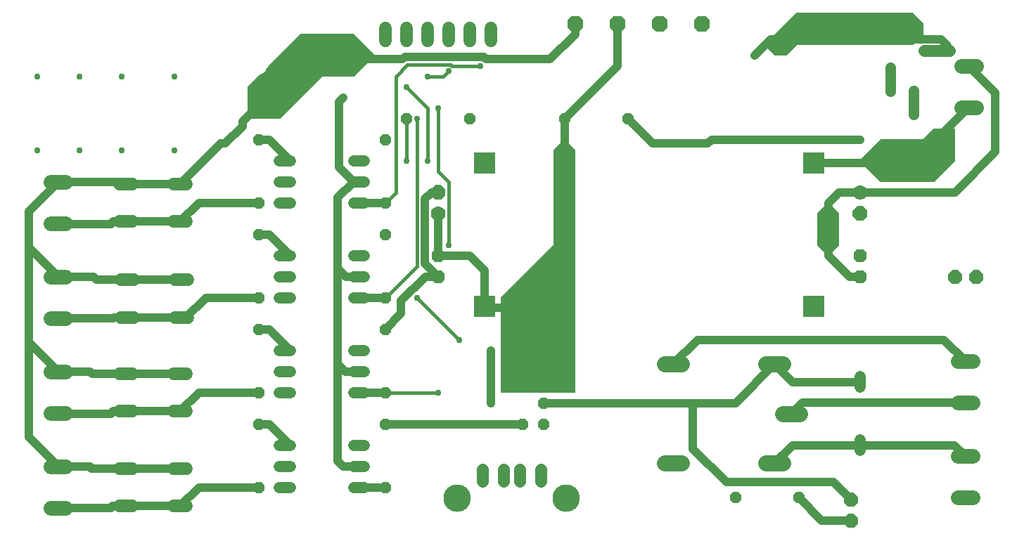
<source format=gbr>
G04 EAGLE Gerber X2 export*
%TF.Part,Single*%
%TF.FileFunction,Copper,L1,Top,Mixed*%
%TF.FilePolarity,Positive*%
%TF.GenerationSoftware,Autodesk,EAGLE,8.7.0*%
%TF.CreationDate,2019-01-30T20:35:29Z*%
G75*
%MOMM*%
%FSLAX34Y34*%
%LPD*%
%AMOC8*
5,1,8,0,0,1.08239X$1,22.5*%
G01*
%ADD10P,2.089446X8X202.500000*%
%ADD11C,1.790700*%
%ADD12P,1.924489X8X112.500000*%
%ADD13C,1.778000*%
%ADD14P,1.732040X8X292.500000*%
%ADD15P,1.924489X8X292.500000*%
%ADD16P,1.732040X8X112.500000*%
%ADD17C,1.320800*%
%ADD18C,1.981200*%
%ADD19P,1.814519X8X202.500000*%
%ADD20P,1.429621X8X112.500000*%
%ADD21P,1.429621X8X292.500000*%
%ADD22P,1.429621X8X202.500000*%
%ADD23C,1.524000*%
%ADD24P,1.429621X8X22.500000*%
%ADD25R,2.500000X2.500000*%
%ADD26C,1.400000*%
%ADD27C,1.308000*%
%ADD28C,1.458000*%
%ADD29C,3.316000*%
%ADD30P,1.814519X8X112.500000*%
%ADD31C,0.152400*%
%ADD32C,1.016000*%
%ADD33C,0.756400*%
%ADD34C,0.406400*%

G36*
X673150Y190131D02*
X673150Y190131D01*
X673201Y190133D01*
X673233Y190151D01*
X673269Y190159D01*
X673308Y190192D01*
X673353Y190216D01*
X673374Y190246D01*
X673402Y190269D01*
X673423Y190316D01*
X673453Y190358D01*
X673461Y190400D01*
X673473Y190428D01*
X673472Y190458D01*
X673480Y190500D01*
X673480Y482600D01*
X673463Y482674D01*
X673450Y482749D01*
X673443Y482759D01*
X673441Y482769D01*
X673417Y482798D01*
X673369Y482869D01*
X660669Y495569D01*
X660626Y495596D01*
X660588Y495630D01*
X660553Y495641D01*
X660522Y495660D01*
X660471Y495665D01*
X660422Y495680D01*
X660386Y495673D01*
X660349Y495677D01*
X660302Y495659D01*
X660251Y495650D01*
X660216Y495626D01*
X660187Y495615D01*
X660166Y495593D01*
X660131Y495569D01*
X647431Y482869D01*
X647391Y482804D01*
X647347Y482742D01*
X647345Y482730D01*
X647340Y482722D01*
X647336Y482685D01*
X647320Y482600D01*
X647320Y368458D01*
X583931Y305069D01*
X583891Y305004D01*
X583847Y304942D01*
X583845Y304930D01*
X583840Y304922D01*
X583836Y304885D01*
X583820Y304800D01*
X583820Y190500D01*
X583831Y190450D01*
X583833Y190399D01*
X583851Y190367D01*
X583859Y190331D01*
X583892Y190292D01*
X583916Y190247D01*
X583946Y190226D01*
X583969Y190198D01*
X584016Y190177D01*
X584058Y190147D01*
X584100Y190139D01*
X584128Y190127D01*
X584158Y190128D01*
X584200Y190120D01*
X673100Y190120D01*
X673150Y190131D01*
G37*
G36*
X317574Y520337D02*
X317574Y520337D01*
X317649Y520350D01*
X317659Y520357D01*
X317669Y520359D01*
X317698Y520383D01*
X317769Y520431D01*
X368458Y571120D01*
X406400Y571120D01*
X406474Y571137D01*
X406549Y571150D01*
X406559Y571157D01*
X406569Y571159D01*
X406598Y571183D01*
X406669Y571231D01*
X432069Y596631D01*
X432096Y596674D01*
X432130Y596712D01*
X432141Y596747D01*
X432160Y596778D01*
X432165Y596829D01*
X432180Y596878D01*
X432173Y596914D01*
X432177Y596951D01*
X432159Y596999D01*
X432150Y597049D01*
X432126Y597084D01*
X432115Y597113D01*
X432093Y597134D01*
X432069Y597169D01*
X406669Y622569D01*
X406604Y622609D01*
X406542Y622653D01*
X406530Y622655D01*
X406522Y622660D01*
X406485Y622664D01*
X406400Y622680D01*
X342900Y622680D01*
X342826Y622663D01*
X342751Y622650D01*
X342741Y622643D01*
X342731Y622641D01*
X342702Y622617D01*
X342631Y622569D01*
X304345Y584282D01*
X304328Y584256D01*
X304297Y584225D01*
X301026Y579322D01*
X301016Y579293D01*
X300991Y579256D01*
X300614Y578344D01*
X299922Y577652D01*
X299905Y577626D01*
X299874Y577594D01*
X299331Y576780D01*
X298511Y576231D01*
X298490Y576208D01*
X298453Y576184D01*
X297756Y575486D01*
X296851Y575112D01*
X296826Y575093D01*
X296785Y575076D01*
X295972Y574532D01*
X295004Y574338D01*
X294976Y574326D01*
X294933Y574317D01*
X294058Y573954D01*
X294056Y573953D01*
X294054Y573953D01*
X293934Y573872D01*
X279131Y559069D01*
X279091Y559004D01*
X279047Y558942D01*
X279045Y558930D01*
X279040Y558922D01*
X279036Y558885D01*
X279020Y558800D01*
X279020Y520700D01*
X279031Y520650D01*
X279033Y520599D01*
X279051Y520567D01*
X279059Y520531D01*
X279092Y520492D01*
X279116Y520447D01*
X279146Y520426D01*
X279169Y520398D01*
X279216Y520377D01*
X279258Y520347D01*
X279300Y520339D01*
X279328Y520327D01*
X279358Y520328D01*
X279400Y520320D01*
X317500Y520320D01*
X317574Y520337D01*
G37*
G36*
X927174Y596537D02*
X927174Y596537D01*
X927249Y596550D01*
X927259Y596557D01*
X927269Y596559D01*
X927298Y596583D01*
X927369Y596631D01*
X939958Y609220D01*
X1079500Y609220D01*
X1079574Y609237D01*
X1079649Y609250D01*
X1079659Y609257D01*
X1079669Y609259D01*
X1079698Y609283D01*
X1079769Y609331D01*
X1092469Y622031D01*
X1092509Y622096D01*
X1092553Y622158D01*
X1092555Y622170D01*
X1092560Y622178D01*
X1092564Y622215D01*
X1092580Y622300D01*
X1092580Y635000D01*
X1092563Y635074D01*
X1092550Y635149D01*
X1092543Y635159D01*
X1092541Y635169D01*
X1092517Y635198D01*
X1092469Y635269D01*
X1079769Y647969D01*
X1079704Y648009D01*
X1079642Y648053D01*
X1079630Y648055D01*
X1079622Y648060D01*
X1079585Y648064D01*
X1079500Y648080D01*
X939800Y648080D01*
X939726Y648063D01*
X939651Y648050D01*
X939641Y648043D01*
X939631Y648041D01*
X939602Y648017D01*
X939531Y647969D01*
X901431Y609869D01*
X901404Y609826D01*
X901370Y609788D01*
X901359Y609753D01*
X901340Y609722D01*
X901335Y609671D01*
X901320Y609622D01*
X901327Y609586D01*
X901323Y609549D01*
X901341Y609502D01*
X901350Y609451D01*
X901374Y609416D01*
X901385Y609387D01*
X901407Y609366D01*
X901431Y609331D01*
X914131Y596631D01*
X914196Y596591D01*
X914258Y596547D01*
X914270Y596545D01*
X914278Y596540D01*
X914315Y596536D01*
X914400Y596520D01*
X927100Y596520D01*
X927174Y596537D01*
G37*
G36*
X1104974Y444137D02*
X1104974Y444137D01*
X1105049Y444150D01*
X1105059Y444157D01*
X1105069Y444159D01*
X1105098Y444183D01*
X1105169Y444231D01*
X1130569Y469631D01*
X1130609Y469696D01*
X1130653Y469758D01*
X1130655Y469770D01*
X1130660Y469778D01*
X1130664Y469815D01*
X1130680Y469900D01*
X1130680Y508000D01*
X1130669Y508050D01*
X1130667Y508101D01*
X1130649Y508133D01*
X1130641Y508169D01*
X1130608Y508208D01*
X1130584Y508253D01*
X1130554Y508274D01*
X1130531Y508302D01*
X1130484Y508323D01*
X1130442Y508353D01*
X1130400Y508361D01*
X1130372Y508373D01*
X1130342Y508372D01*
X1130300Y508380D01*
X1104900Y508380D01*
X1104826Y508363D01*
X1104751Y508350D01*
X1104741Y508343D01*
X1104731Y508341D01*
X1104702Y508317D01*
X1104631Y508269D01*
X1092043Y495680D01*
X1041400Y495680D01*
X1041326Y495663D01*
X1041251Y495650D01*
X1041241Y495643D01*
X1041231Y495641D01*
X1041202Y495617D01*
X1041131Y495569D01*
X1015731Y470169D01*
X1015704Y470126D01*
X1015670Y470088D01*
X1015659Y470053D01*
X1015640Y470022D01*
X1015635Y469971D01*
X1015620Y469922D01*
X1015627Y469886D01*
X1015623Y469849D01*
X1015641Y469802D01*
X1015650Y469751D01*
X1015674Y469716D01*
X1015685Y469687D01*
X1015707Y469666D01*
X1015731Y469631D01*
X1041131Y444231D01*
X1041196Y444191D01*
X1041258Y444147D01*
X1041270Y444145D01*
X1041278Y444140D01*
X1041315Y444136D01*
X1041400Y444120D01*
X1104900Y444120D01*
X1104974Y444137D01*
G37*
G36*
X977914Y355227D02*
X977914Y355227D01*
X977951Y355223D01*
X977999Y355241D01*
X978049Y355250D01*
X978084Y355274D01*
X978113Y355285D01*
X978134Y355307D01*
X978169Y355331D01*
X990869Y368031D01*
X990909Y368096D01*
X990953Y368158D01*
X990955Y368170D01*
X990960Y368178D01*
X990964Y368215D01*
X990980Y368300D01*
X990980Y406400D01*
X990963Y406474D01*
X990950Y406549D01*
X990943Y406559D01*
X990941Y406569D01*
X990917Y406598D01*
X990869Y406669D01*
X978169Y419369D01*
X978126Y419396D01*
X978088Y419430D01*
X978053Y419441D01*
X978022Y419460D01*
X977971Y419465D01*
X977922Y419480D01*
X977886Y419473D01*
X977849Y419477D01*
X977802Y419459D01*
X977751Y419450D01*
X977716Y419426D01*
X977687Y419415D01*
X977666Y419393D01*
X977631Y419369D01*
X964931Y406669D01*
X964891Y406604D01*
X964847Y406542D01*
X964845Y406530D01*
X964840Y406522D01*
X964836Y406485D01*
X964820Y406400D01*
X964820Y368300D01*
X964837Y368226D01*
X964850Y368151D01*
X964857Y368141D01*
X964859Y368131D01*
X964883Y368102D01*
X964931Y368031D01*
X977631Y355331D01*
X977674Y355304D01*
X977712Y355270D01*
X977747Y355259D01*
X977778Y355240D01*
X977829Y355235D01*
X977878Y355220D01*
X977914Y355227D01*
G37*
D10*
X673100Y635000D03*
X774700Y635000D03*
X723900Y635000D03*
D11*
X59754Y444100D02*
X41847Y444100D01*
X41847Y394100D02*
X59754Y394100D01*
X59754Y215500D02*
X41847Y215500D01*
X41847Y165500D02*
X59754Y165500D01*
D12*
X508000Y431800D03*
D13*
X508000Y406400D03*
D14*
X508000Y355600D03*
X508000Y330200D03*
D15*
X1016000Y406400D03*
D13*
X1016000Y431800D03*
D16*
X1016000Y330200D03*
X1016000Y355600D03*
D17*
X1016000Y133604D02*
X1016000Y120396D01*
X1016000Y196596D02*
X1016000Y209804D01*
D10*
X825500Y635000D03*
D18*
X923544Y165100D02*
X943356Y165100D01*
X923036Y224790D02*
X903224Y224790D01*
X903224Y105410D02*
X923036Y105410D01*
X801116Y105410D02*
X781304Y105410D01*
X781304Y224790D02*
X801116Y224790D01*
D11*
X1134047Y63900D02*
X1151954Y63900D01*
X1151954Y113900D02*
X1134047Y113900D01*
D19*
X1155700Y330200D03*
X1130300Y330200D03*
D11*
X1134047Y178200D02*
X1151954Y178200D01*
X1151954Y228200D02*
X1134047Y228200D01*
D17*
X330200Y127000D02*
X316992Y127000D01*
X316992Y101600D02*
X330200Y101600D01*
X406400Y101600D02*
X419608Y101600D01*
X419608Y127000D02*
X406400Y127000D01*
X330200Y76200D02*
X316992Y76200D01*
X406400Y76200D02*
X419608Y76200D01*
X330200Y241300D02*
X316992Y241300D01*
X316992Y215900D02*
X330200Y215900D01*
X406400Y215900D02*
X419608Y215900D01*
X419608Y241300D02*
X406400Y241300D01*
X330200Y190500D02*
X316992Y190500D01*
X406400Y190500D02*
X419608Y190500D01*
X330200Y355600D02*
X316992Y355600D01*
X316992Y330200D02*
X330200Y330200D01*
X406400Y330200D02*
X419608Y330200D01*
X419608Y355600D02*
X406400Y355600D01*
X330200Y304800D02*
X316992Y304800D01*
X406400Y304800D02*
X419608Y304800D01*
X330200Y469900D02*
X316992Y469900D01*
X316992Y444500D02*
X330200Y444500D01*
X406400Y444500D02*
X419608Y444500D01*
X419608Y469900D02*
X406400Y469900D01*
X330200Y419100D02*
X316992Y419100D01*
X406400Y419100D02*
X419608Y419100D01*
D11*
X1137857Y533800D02*
X1155764Y533800D01*
X1155764Y583800D02*
X1137857Y583800D01*
D20*
X292100Y76200D03*
X292100Y152400D03*
X292100Y419100D03*
X292100Y495300D03*
D21*
X444500Y495300D03*
X444500Y419100D03*
D22*
X546100Y520700D03*
X469900Y520700D03*
D21*
X444500Y152400D03*
X444500Y76200D03*
D20*
X292100Y190500D03*
X292100Y266700D03*
D21*
X444500Y266700D03*
X444500Y190500D03*
D20*
X292100Y304800D03*
X292100Y381000D03*
D21*
X444500Y381000D03*
X444500Y304800D03*
D22*
X736600Y520700D03*
X660400Y520700D03*
D11*
X59754Y329800D02*
X41847Y329800D01*
X41847Y279800D02*
X59754Y279800D01*
X59754Y101200D02*
X41847Y101200D01*
X41847Y51200D02*
X59754Y51200D01*
D23*
X444500Y614680D02*
X444500Y629920D01*
X469900Y629920D02*
X469900Y614680D01*
X495300Y614680D02*
X495300Y629920D01*
X520700Y629920D02*
X520700Y614680D01*
X546100Y614680D02*
X546100Y629920D01*
X571500Y629920D02*
X571500Y614680D01*
D24*
X609600Y152400D03*
X635000Y152400D03*
X635000Y177800D03*
D25*
X960120Y294640D03*
X960120Y467360D03*
X563880Y467360D03*
X563880Y294640D03*
D26*
X1109710Y602720D02*
X1123710Y602720D01*
D27*
X1052710Y582260D02*
X1052710Y569180D01*
X1080710Y554260D02*
X1080710Y541180D01*
D26*
X1093710Y602720D02*
X1107710Y602720D01*
D27*
X1052710Y566260D02*
X1052710Y553180D01*
X1080710Y538260D02*
X1080710Y525180D01*
D23*
X205232Y53594D02*
X189992Y53594D01*
X189992Y98806D02*
X205232Y98806D01*
X140208Y53594D02*
X124968Y53594D01*
X124968Y98806D02*
X140208Y98806D01*
X189992Y167894D02*
X205232Y167894D01*
X205232Y213106D02*
X189992Y213106D01*
X140208Y167894D02*
X124968Y167894D01*
X124968Y213106D02*
X140208Y213106D01*
X191262Y280924D02*
X206502Y280924D01*
X206502Y326136D02*
X191262Y326136D01*
X141478Y280924D02*
X126238Y280924D01*
X126238Y326136D02*
X141478Y326136D01*
X189992Y396494D02*
X205232Y396494D01*
X205232Y441706D02*
X189992Y441706D01*
X140208Y396494D02*
X124968Y396494D01*
X124968Y441706D02*
X140208Y441706D01*
D28*
X586900Y97890D02*
X586900Y83310D01*
X606900Y83310D02*
X606900Y97890D01*
X561900Y97890D02*
X561900Y83310D01*
X631900Y83310D02*
X631900Y97890D01*
D29*
X531200Y63500D03*
X662600Y63500D03*
D22*
X942238Y63906D03*
X866038Y63906D03*
D30*
X1005434Y36068D03*
X1005434Y61468D03*
D31*
X130194Y51200D02*
X114300Y51200D01*
X130194Y51200D02*
X132588Y53594D01*
X139700Y53594D01*
X197612Y53594D01*
D32*
X114300Y51200D02*
X50800Y51200D01*
X114300Y51200D02*
X116694Y53594D01*
X139700Y53594D01*
X132588Y53594D02*
X197612Y53594D01*
X220218Y76200D01*
X292100Y76200D01*
X88900Y101200D02*
X50800Y101200D01*
X132588Y98806D02*
X197612Y98806D01*
X132588Y98806D02*
X91294Y98806D01*
X88900Y101200D01*
X91694Y213106D02*
X132588Y213106D01*
X91694Y213106D02*
X88900Y215900D01*
X51200Y215900D01*
X50800Y215500D01*
X132588Y213106D02*
X197612Y213106D01*
X50800Y101200D02*
X15240Y136760D01*
X15240Y408540D02*
X50800Y444100D01*
X15240Y251060D02*
X15240Y136760D01*
X15240Y251060D02*
X15240Y365360D01*
X15240Y408540D01*
X15240Y365360D02*
X50800Y329800D01*
X15240Y251060D02*
X50800Y215500D01*
X96774Y326136D02*
X133858Y326136D01*
X93110Y329800D02*
X50800Y329800D01*
X93110Y329800D02*
X96774Y326136D01*
X133858Y326136D02*
X198882Y326136D01*
X132588Y441706D02*
X127000Y441706D01*
X673100Y622300D02*
X673100Y635000D01*
X1016000Y431800D02*
X1130300Y431800D01*
X1178942Y480442D01*
X1178943Y482602D01*
X1178943Y551667D01*
X1146810Y583800D01*
X934720Y127000D02*
X913130Y105410D01*
X934720Y127000D02*
X1016000Y127000D01*
X1129900Y127000D01*
X1143000Y113900D01*
X127000Y441706D02*
X124606Y444100D01*
X50800Y444100D01*
X132588Y441706D02*
X197612Y441706D01*
X246446Y490540D01*
X252087Y490540D01*
X272730Y511183D01*
X272730Y516824D01*
X347853Y591947D01*
X465434Y591947D01*
X563102Y594586D02*
X565741Y591947D01*
X642747Y591947D01*
X468073Y594586D02*
X465434Y591947D01*
X468073Y594586D02*
X563102Y594586D01*
X642747Y591947D02*
X673100Y622300D01*
D33*
X889000Y596900D03*
D32*
X1113345Y616324D02*
X1121314Y608355D01*
X1121314Y602720D01*
X1113345Y616324D02*
X908424Y616324D01*
X889000Y596900D01*
X990600Y431800D02*
X1016000Y431800D01*
X990600Y431800D02*
X977900Y419100D01*
X977900Y355600D01*
X1003300Y330200D01*
X1016000Y330200D01*
X330200Y127000D02*
X304800Y152400D01*
X292100Y152400D01*
X960120Y467360D02*
X1080370Y467360D01*
X1146810Y533800D01*
X609600Y152400D02*
X444500Y152400D01*
D34*
X500380Y431800D02*
X508000Y431800D01*
D32*
X463550Y285750D02*
X444500Y266700D01*
X463550Y285750D02*
X463550Y300990D01*
X492760Y330200D01*
X508000Y330200D01*
X492506Y345694D01*
X492506Y423926D02*
X500380Y431800D01*
X492506Y423926D02*
X492506Y345694D01*
X508000Y431800D02*
X512064Y431800D01*
X563880Y294640D02*
X561900Y292660D01*
X563880Y294640D02*
X563880Y337820D01*
X546100Y355600D01*
X508000Y355600D01*
X508000Y406400D01*
X660400Y304800D02*
X660400Y520700D01*
X660400Y304800D02*
X647700Y292100D01*
X647140Y292660D01*
X561900Y292660D01*
X660400Y520700D02*
X723900Y584200D01*
X723900Y635000D01*
D33*
X571500Y241300D03*
D32*
X571500Y177800D01*
D33*
X571500Y177800D03*
D32*
X444500Y304800D02*
X406400Y304800D01*
D34*
X444500Y304800D02*
X482600Y342900D01*
X482600Y520700D01*
D33*
X482600Y520700D03*
X495300Y571500D03*
D34*
X514350Y571500D01*
X520700Y577850D01*
D33*
X520700Y577850D03*
D32*
X292100Y190500D02*
X220218Y190500D01*
X197612Y167894D01*
X132588Y167894D01*
X117094Y167894D01*
X114300Y165100D01*
X51200Y165100D01*
X50800Y165500D01*
X304800Y266700D02*
X330200Y241300D01*
X304800Y266700D02*
X292100Y266700D01*
X117240Y279800D02*
X50800Y279800D01*
X118364Y280924D02*
X133858Y280924D01*
X118364Y280924D02*
X117240Y279800D01*
X133858Y280924D02*
X198882Y280924D01*
X204724Y280924D01*
X228600Y304800D01*
X292100Y304800D01*
X330200Y355600D02*
X304800Y381000D01*
X292100Y381000D01*
X406400Y76200D02*
X444500Y76200D01*
D33*
X495300Y469900D03*
D34*
X495300Y533400D01*
X469900Y558800D01*
D33*
X469900Y558800D03*
D32*
X444500Y190500D02*
X406400Y190500D01*
D33*
X508000Y533400D03*
D34*
X508000Y457200D01*
X520700Y444500D01*
X520700Y368300D01*
D33*
X520700Y368300D03*
X508000Y190500D03*
D34*
X444500Y190500D01*
D33*
X1016000Y495300D03*
D32*
X837237Y495300D01*
X832477Y490540D01*
X766760Y490540D01*
X736600Y520700D01*
X197612Y396494D02*
X132588Y396494D01*
X117094Y396494D02*
X114300Y393700D01*
X51200Y393700D01*
X50800Y394100D01*
X197612Y396494D02*
X220218Y419100D01*
X292100Y419100D01*
X132588Y396494D02*
X117094Y396494D01*
X304800Y495300D02*
X330200Y469900D01*
X304800Y495300D02*
X292100Y495300D01*
X635000Y177800D02*
X814934Y177800D01*
X866140Y177800D01*
X913130Y224790D01*
X934720Y203200D02*
X1016000Y203200D01*
X934720Y203200D02*
X913130Y224790D01*
X984504Y82398D02*
X1005434Y61468D01*
X984504Y82398D02*
X855167Y82398D01*
X814934Y122631D01*
X814934Y177800D01*
D33*
X533400Y254000D03*
D34*
X482600Y304800D01*
D33*
X482600Y304800D03*
X469900Y469900D03*
D34*
X469900Y520700D01*
D32*
X791210Y224790D02*
X820420Y254000D01*
X1117200Y254000D02*
X1143000Y228200D01*
X1117200Y254000D02*
X820420Y254000D01*
X946550Y178200D02*
X1143000Y178200D01*
X946550Y178200D02*
X933450Y165100D01*
X444500Y419100D02*
X406400Y419100D01*
D34*
X444500Y419100D02*
X457200Y431800D01*
X457200Y571500D01*
D33*
X558800Y584200D03*
D34*
X524728Y584200D02*
X523740Y585188D01*
X524728Y584200D02*
X558800Y584200D01*
X470888Y585188D02*
X457200Y571500D01*
X470888Y585188D02*
X523740Y585188D01*
D32*
X406400Y444500D02*
X387350Y425450D01*
X387350Y107950D02*
X393700Y101600D01*
X406400Y101600D01*
X387350Y340360D02*
X387350Y425450D01*
X387350Y340360D02*
X387350Y224790D01*
X387350Y107950D01*
X396240Y215900D02*
X406400Y215900D01*
X396240Y215900D02*
X387350Y224790D01*
X397510Y330200D02*
X406400Y330200D01*
X397510Y330200D02*
X387350Y340360D01*
X406400Y444500D02*
X388620Y462280D01*
X388620Y541020D02*
X393700Y546100D01*
D33*
X393700Y546100D03*
D32*
X388620Y541020D02*
X388620Y462280D01*
X942238Y63906D02*
X970077Y36068D01*
X1005434Y36068D01*
D33*
X25400Y571500D03*
X25400Y482600D03*
X76200Y571500D03*
X76200Y482600D03*
X127000Y571500D03*
X127000Y482600D03*
X190500Y571500D03*
X190500Y482600D03*
M02*

</source>
